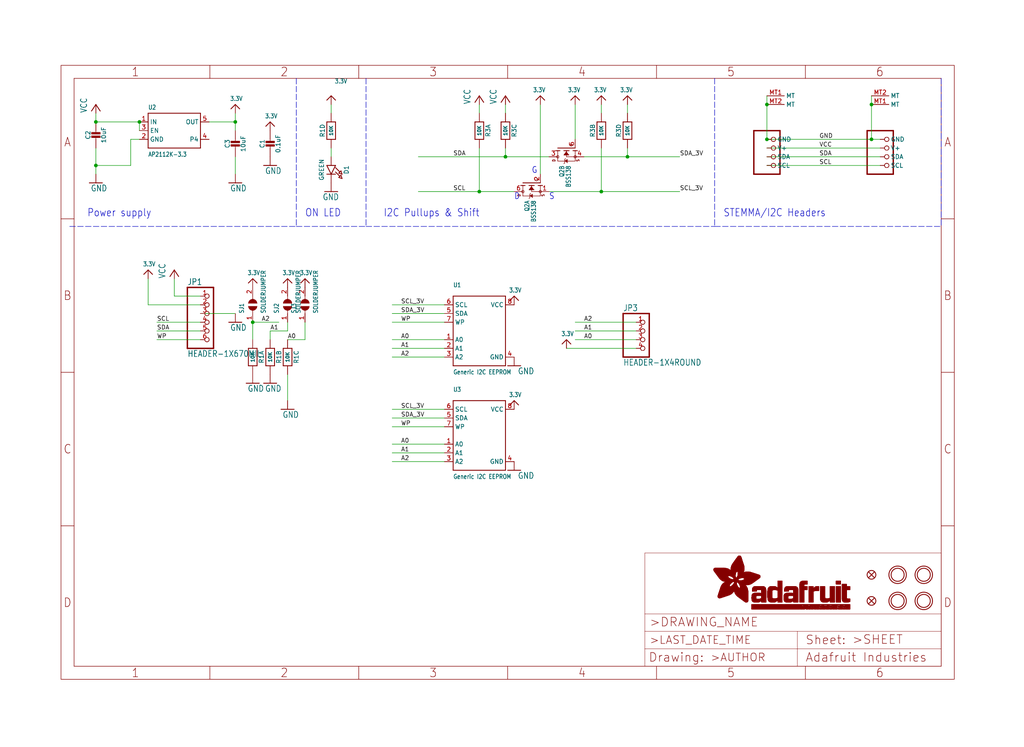
<source format=kicad_sch>
(kicad_sch (version 20211123) (generator eeschema)
  (paper "User" 298.45 217.881)
  (lib_symbols
    (symbol "schematicEagle-eagle-import:3.3V" (power)
      (property "Value" "3.3V" (at -1.524 1.016 0))
      (symbol "3.3V_1_0"
        (pin power_in line (at 0 -2.54 90) (length 2.54) (name "3.3V") (number "1"))
      )
    )
    (symbol "schematicEagle-eagle-import:CAP_CERAMIC0603_NO"
      (property "Reference" "C" (at -2.29 1.25 90))
      (property "Value" "CAP_CERAMIC0603_NO" (at 2.3 1.25 90))
      (symbol "CAP_CERAMIC0603_NO_1_0"
        (pin passive line (at 0 5.08 270) (length 2.54) (name "1") (number "1"))
        (pin passive line (at 0 -2.54 90) (length 2.54) (name "2") (number "2"))
      )
    )
    (symbol "schematicEagle-eagle-import:CAP_CERAMIC0805-NOOUTLINE"
      (property "Reference" "C" (at -2.29 1.25 90))
      (property "Value" "CAP_CERAMIC0805-NOOUTLINE" (at 2.3 1.25 90))
      (symbol "CAP_CERAMIC0805-NOOUTLINE_1_0"
        (pin passive line (at 0 5.08 270) (length 2.54) (name "1") (number "1"))
        (pin passive line (at 0 -2.54 90) (length 2.54) (name "2") (number "2"))
      )
    )
    (symbol "schematicEagle-eagle-import:EEPROM_I2C_8PIN_GENERIC"
      (property "Reference" "U" (at -7.62 12.7 0))
      (property "Value" "EEPROM_I2C_8PIN_GENERIC" (at -7.62 -12.7 0))
      (symbol "EEPROM_I2C_8PIN_GENERIC_1_0"
        (pin input line (at -10.16 -2.54 0) (length 2.54) (name "A0") (number "1"))
        (pin input line (at -10.16 -5.08 0) (length 2.54) (name "A1") (number "2"))
        (pin input line (at -10.16 -7.62 0) (length 2.54) (name "A2") (number "3"))
        (pin power_in line (at 10.16 -7.62 180) (length 2.54) (name "GND") (number "4"))
        (pin bidirectional line (at -10.16 5.08 0) (length 2.54) (name "SDA") (number "5"))
        (pin input line (at -10.16 7.62 0) (length 2.54) (name "SCL") (number "6"))
        (pin input line (at -10.16 2.54 0) (length 2.54) (name "WP") (number "7"))
        (pin power_in line (at 10.16 7.62 180) (length 2.54) (name "VCC") (number "8"))
      )
    )
    (symbol "schematicEagle-eagle-import:EEPROM_I2C_8PIN_GENERIC_SON8"
      (property "Reference" "U" (at -7.62 12.7 0))
      (property "Value" "EEPROM_I2C_8PIN_GENERIC_SON8" (at -7.62 -12.7 0))
      (symbol "EEPROM_I2C_8PIN_GENERIC_SON8_1_0"
        (pin input line (at -10.16 -2.54 0) (length 2.54) (name "A0") (number "1"))
        (pin input line (at -10.16 -5.08 0) (length 2.54) (name "A1") (number "2"))
        (pin input line (at -10.16 -7.62 0) (length 2.54) (name "A2") (number "3"))
        (pin power_in line (at 10.16 -7.62 180) (length 2.54) (name "GND") (number "4"))
        (pin bidirectional line (at -10.16 5.08 0) (length 2.54) (name "SDA") (number "5"))
        (pin input line (at -10.16 7.62 0) (length 2.54) (name "SCL") (number "6"))
        (pin input line (at -10.16 2.54 0) (length 2.54) (name "WP") (number "7"))
        (pin power_in line (at 10.16 7.62 180) (length 2.54) (name "VCC") (number "8"))
      )
    )
    (symbol "schematicEagle-eagle-import:FIDUCIAL_1MM")
    (symbol "schematicEagle-eagle-import:FRAME_A4_ADAFRUIT"
      (symbol "FRAME_A4_ADAFRUIT_0_0"
        (text "1" (at 21.6958 1.905 0) (effects (font (size 2.54 2.286))))
        (text "1" (at 21.6958 177.165 0) (effects (font (size 2.54 2.286))))
        (text "2" (at 65.0875 1.905 0) (effects (font (size 2.54 2.286))))
        (text "2" (at 65.0875 177.165 0) (effects (font (size 2.54 2.286))))
        (text "3" (at 108.4792 1.905 0) (effects (font (size 2.54 2.286))))
        (text "3" (at 108.4792 177.165 0) (effects (font (size 2.54 2.286))))
        (text "4" (at 151.8708 1.905 0) (effects (font (size 2.54 2.286))))
        (text "4" (at 151.8708 177.165 0) (effects (font (size 2.54 2.286))))
        (text "5" (at 195.2625 1.905 0) (effects (font (size 2.54 2.286))))
        (text "5" (at 195.2625 177.165 0) (effects (font (size 2.54 2.286))))
        (text "6" (at 238.6542 1.905 0) (effects (font (size 2.54 2.286))))
        (text "6" (at 238.6542 177.165 0) (effects (font (size 2.54 2.286))))
        (text "A" (at 1.905 156.6863 0) (effects (font (size 2.54 2.286))))
        (text "A" (at 258.445 156.6863 0) (effects (font (size 2.54 2.286))))
        (text "B" (at 1.905 111.9188 0) (effects (font (size 2.54 2.286))))
        (text "B" (at 258.445 111.9188 0) (effects (font (size 2.54 2.286))))
        (text "C" (at 1.905 67.1513 0) (effects (font (size 2.54 2.286))))
        (text "C" (at 258.445 67.1513 0) (effects (font (size 2.54 2.286))))
        (text "D" (at 1.905 22.3838 0) (effects (font (size 2.54 2.286))))
        (text "D" (at 258.445 22.3838 0) (effects (font (size 2.54 2.286))))
      )
      (symbol "FRAME_A4_ADAFRUIT_1_0"
        (text ">AUTHOR" (at 189.23 5.08 0) (effects (font (size 2.286 2.286)) (justify left bottom)))
        (text ">DRAWING_NAME" (at 171.45 15.24 0) (effects (font (size 2.54 2.54)) (justify left bottom)))
        (text ">LAST_DATE_TIME" (at 171.45 10.16 0) (effects (font (size 2.286 2.286)) (justify left bottom)))
        (text ">SHEET" (at 230.505 10.16 0) (effects (font (size 2.54 2.54)) (justify left bottom)))
        (text "Adafruit Industries" (at 216.916 4.953 0) (effects (font (size 2.54 2.54)) (justify left bottom)))
        (text "Drawing:" (at 171.196 4.953 0) (effects (font (size 2.54 2.54)) (justify left bottom)))
        (text "Sheet:" (at 216.916 10.033 0) (effects (font (size 2.54 2.54)) (justify left bottom)))
      )
    )
    (symbol "schematicEagle-eagle-import:GND" (power)
      (property "Value" "GND" (at -2.54 -2.54 0))
      (symbol "GND_1_0"
        (pin power_in line (at 0 2.54 270) (length 2.54) (name "GND") (number "1"))
      )
    )
    (symbol "schematicEagle-eagle-import:HEADER-1X4ROUND"
      (property "Reference" "JP" (at -6.35 8.255 0))
      (property "Value" "HEADER-1X4ROUND" (at -6.35 -7.62 0))
      (symbol "HEADER-1X4ROUND_1_0"
        (pin passive inverted (at -2.54 5.08 0) (length 2.54) (name "1") (number "1"))
        (pin passive inverted (at -2.54 2.54 0) (length 2.54) (name "2") (number "2"))
        (pin passive inverted (at -2.54 0 0) (length 2.54) (name "3") (number "3"))
        (pin passive inverted (at -2.54 -2.54 0) (length 2.54) (name "4") (number "4"))
      )
    )
    (symbol "schematicEagle-eagle-import:HEADER-1X670MIL"
      (property "Reference" "JP" (at -6.35 10.795 0))
      (property "Value" "HEADER-1X670MIL" (at -6.35 -10.16 0))
      (symbol "HEADER-1X670MIL_1_0"
        (pin passive inverted (at -2.54 7.62 0) (length 2.54) (name "1") (number "1"))
        (pin passive inverted (at -2.54 5.08 0) (length 2.54) (name "2") (number "2"))
        (pin passive inverted (at -2.54 2.54 0) (length 2.54) (name "3") (number "3"))
        (pin passive inverted (at -2.54 0 0) (length 2.54) (name "4") (number "4"))
        (pin passive inverted (at -2.54 -2.54 0) (length 2.54) (name "5") (number "5"))
        (pin passive inverted (at -2.54 -5.08 0) (length 2.54) (name "6") (number "6"))
      )
    )
    (symbol "schematicEagle-eagle-import:LED0603_NOOUTLINE"
      (property "Reference" "D" (at -1.27 4.445 0))
      (property "Value" "LED0603_NOOUTLINE" (at -1.27 -2.794 0))
      (symbol "LED0603_NOOUTLINE_1_0"
        (pin passive line (at -5.08 0 0) (length 2.54) (name "A") (number "A"))
        (pin passive line (at 2.54 0 180) (length 2.54) (name "C") (number "C"))
      )
    )
    (symbol "schematicEagle-eagle-import:MOSFET-N_DUAL"
      (property "Reference" "Q" (at 5.08 0.635 0))
      (property "Value" "MOSFET-N_DUAL" (at 5.08 -1.27 0))
      (symbol "MOSFET-N_DUAL_1_0"
        (text "D" (at 3.175 3.175 0) (effects (font (size 0.8128 0.6908)) (justify left bottom)))
        (text "G" (at -1.27 -1.905 0) (effects (font (size 0.8128 0.6908)) (justify left bottom)))
        (text "S" (at 3.175 -3.81 0) (effects (font (size 0.8128 0.6908)) (justify left bottom)))
        (pin bidirectional line (at 2.54 -5.08 90) (length 2.54) (name "S") (number "1"))
        (pin bidirectional line (at -2.54 -2.54 0) (length 2.54) (name "G") (number "2"))
        (pin bidirectional line (at 2.54 5.08 270) (length 2.54) (name "D") (number "6"))
      )
      (symbol "MOSFET-N_DUAL_2_0"
        (text "D" (at 3.175 3.175 0) (effects (font (size 0.8128 0.6908)) (justify left bottom)))
        (text "G" (at -1.27 -1.905 0) (effects (font (size 0.8128 0.6908)) (justify left bottom)))
        (text "S" (at 3.175 -3.81 0) (effects (font (size 0.8128 0.6908)) (justify left bottom)))
        (pin bidirectional line (at 2.54 5.08 270) (length 2.54) (name "D") (number "3"))
        (pin bidirectional line (at 2.54 -5.08 90) (length 2.54) (name "S") (number "4"))
        (pin bidirectional line (at -2.54 -2.54 0) (length 2.54) (name "G") (number "5"))
      )
    )
    (symbol "schematicEagle-eagle-import:MOUNTINGHOLE2.5")
    (symbol "schematicEagle-eagle-import:RESISTOR_4PACK"
      (property "Reference" "R" (at 0 2.54 0))
      (property "Value" "RESISTOR_4PACK" (at 0 0 0))
      (symbol "RESISTOR_4PACK_1_0"
        (pin passive line (at -5.08 0 0) (length 2.54) (name "1") (number "1"))
        (pin passive line (at 5.08 0 180) (length 2.54) (name "2") (number "8"))
      )
      (symbol "RESISTOR_4PACK_2_0"
        (pin passive line (at -5.08 0 0) (length 2.54) (name "1") (number "2"))
        (pin passive line (at 5.08 0 180) (length 2.54) (name "2") (number "7"))
      )
      (symbol "RESISTOR_4PACK_3_0"
        (pin passive line (at -5.08 0 0) (length 2.54) (name "1") (number "3"))
        (pin passive line (at 5.08 0 180) (length 2.54) (name "2") (number "6"))
      )
      (symbol "RESISTOR_4PACK_4_0"
        (pin passive line (at -5.08 0 0) (length 2.54) (name "1") (number "4"))
        (pin passive line (at 5.08 0 180) (length 2.54) (name "2") (number "5"))
      )
    )
    (symbol "schematicEagle-eagle-import:SOLDERJUMPER"
      (property "Reference" "SJ" (at -2.54 2.54 0))
      (property "Value" "SOLDERJUMPER" (at -2.54 -3.81 0))
      (symbol "SOLDERJUMPER_1_0"
        (pin passive line (at -5.08 0 0) (length 2.54) (name "1") (number "1"))
        (pin passive line (at 5.08 0 180) (length 2.54) (name "2") (number "2"))
      )
    )
    (symbol "schematicEagle-eagle-import:STEMMA_I2C_QT"
      (symbol "STEMMA_I2C_QT_1_0"
        (pin passive inverted (at 0 5.08 0) (length 2.54) (name "GND") (number "1"))
        (pin passive inverted (at 0 2.54 0) (length 2.54) (name "V+") (number "2"))
        (pin passive inverted (at 0 0 0) (length 2.54) (name "SDA") (number "3"))
        (pin passive inverted (at 0 -2.54 0) (length 2.54) (name "SCL") (number "4"))
      )
      (symbol "STEMMA_I2C_QT_2_0"
        (pin bidirectional line (at 0 0 0) (length 5.08) (name "MT") (number "MT1"))
      )
      (symbol "STEMMA_I2C_QT_3_0"
        (pin bidirectional line (at 0 0 0) (length 5.08) (name "MT") (number "MT2"))
      )
    )
    (symbol "schematicEagle-eagle-import:VCC" (power)
      (property "Value" "VCC" (at -2.54 -2.54 90))
      (symbol "VCC_1_0"
        (pin power_in line (at 0 -2.54 90) (length 2.54) (name "VCC") (number "1"))
      )
    )
    (symbol "schematicEagle-eagle-import:VREG_SOT23-5"
      (property "Reference" "U" (at -7.62 6.096 0))
      (property "Value" "VREG_SOT23-5" (at -7.62 -7.62 0))
      (symbol "VREG_SOT23-5_1_0"
        (pin power_in line (at -10.16 2.54 0) (length 2.54) (name "IN") (number "1"))
        (pin power_in line (at -10.16 -2.54 0) (length 2.54) (name "GND") (number "2"))
        (pin input line (at -10.16 0 0) (length 2.54) (name "EN") (number "3"))
        (pin bidirectional line (at 10.16 -2.54 180) (length 2.54) (name "P4") (number "4"))
        (pin power_in line (at 10.16 2.54 180) (length 2.54) (name "OUT") (number "5"))
      )
    )
  )
  (junction (at 73.66 93.98))
  (junction (at 27.94 35.56))
  (junction (at 223.52 30.48))
  (junction (at 175.26 55.88))
  (junction (at 139.7 55.88))
  (junction (at 254 40.64))
  (junction (at 182.88 45.72))
  (junction (at 40.64 35.56))
  (junction (at 223.52 40.64))
  (junction (at 147.32 45.72))
  (junction (at 68.58 35.56))
  (junction (at 27.94 48.26))
  (junction (at 254 30.48))
  (wire (pts (xy 149.86 55.88) (xy 139.7 55.88)))
  (wire (pts (xy 27.94 48.26) (xy 27.94 43.18)))
  (wire (pts (xy 58.42 93.98) (xy 45.72 93.98)))
  (wire (pts (xy 129.54 93.98) (xy 114.3 93.98)))
  (wire (pts (xy 160.02 45.72) (xy 147.32 45.72)))
  (polyline (pts (xy 86.36 66.04) (xy 106.68 66.04)))
  (polyline (pts (xy 274.32 22.86) (xy 274.32 66.04)))
  (polyline (pts (xy 86.36 22.86) (xy 86.36 66.04)))
  (wire (pts (xy 88.9 99.06) (xy 83.82 99.06)))
  (wire (pts (xy 147.32 43.18) (xy 147.32 45.72)))
  (wire (pts (xy 139.7 43.18) (xy 139.7 55.88)))
  (wire (pts (xy 58.42 96.52) (xy 45.72 96.52)))
  (wire (pts (xy 185.42 101.6) (xy 165.1 101.6)))
  (wire (pts (xy 96.52 45.72) (xy 96.52 43.18)))
  (wire (pts (xy 254 40.64) (xy 223.52 40.64)))
  (wire (pts (xy 83.82 116.84) (xy 83.82 109.22)))
  (wire (pts (xy 175.26 55.88) (xy 198.12 55.88)))
  (wire (pts (xy 170.18 45.72) (xy 182.88 45.72)))
  (wire (pts (xy 27.94 48.26) (xy 27.94 50.8)))
  (wire (pts (xy 68.58 35.56) (xy 68.58 38.1)))
  (wire (pts (xy 129.54 134.62) (xy 114.3 134.62)))
  (wire (pts (xy 185.42 99.06) (xy 167.64 99.06)))
  (wire (pts (xy 58.42 91.44) (xy 68.58 91.44)))
  (wire (pts (xy 38.1 48.26) (xy 27.94 48.26)))
  (wire (pts (xy 68.58 45.72) (xy 68.58 50.8)))
  (wire (pts (xy 40.64 38.1) (xy 40.64 35.56)))
  (wire (pts (xy 223.52 30.48) (xy 223.52 40.64)))
  (wire (pts (xy 73.66 93.98) (xy 73.66 99.06)))
  (wire (pts (xy 78.74 96.52) (xy 83.82 96.52)))
  (wire (pts (xy 114.3 101.6) (xy 129.54 101.6)))
  (wire (pts (xy 114.3 132.08) (xy 129.54 132.08)))
  (wire (pts (xy 167.64 96.52) (xy 185.42 96.52)))
  (wire (pts (xy 83.82 93.98) (xy 83.82 96.52)))
  (wire (pts (xy 256.54 40.64) (xy 254 40.64)))
  (wire (pts (xy 114.3 121.92) (xy 129.54 121.92)))
  (wire (pts (xy 167.64 40.64) (xy 167.64 30.48)))
  (polyline (pts (xy 208.28 22.86) (xy 208.28 66.04)))
  (wire (pts (xy 185.42 93.98) (xy 167.64 93.98)))
  (wire (pts (xy 157.48 50.8) (xy 157.48 30.48)))
  (wire (pts (xy 160.02 55.88) (xy 175.26 55.88)))
  (wire (pts (xy 175.26 33.02) (xy 175.26 30.48)))
  (wire (pts (xy 223.52 43.18) (xy 256.54 43.18)))
  (wire (pts (xy 114.3 119.38) (xy 129.54 119.38)))
  (wire (pts (xy 182.88 43.18) (xy 182.88 45.72)))
  (wire (pts (xy 254 30.48) (xy 254 27.94)))
  (wire (pts (xy 182.88 33.02) (xy 182.88 30.48)))
  (wire (pts (xy 38.1 40.64) (xy 38.1 48.26)))
  (polyline (pts (xy 106.68 66.04) (xy 208.28 66.04)))
  (wire (pts (xy 58.42 99.06) (xy 45.72 99.06)))
  (wire (pts (xy 43.18 88.9) (xy 43.18 81.28)))
  (wire (pts (xy 129.54 129.54) (xy 114.3 129.54)))
  (wire (pts (xy 139.7 55.88) (xy 121.92 55.88)))
  (polyline (pts (xy 208.28 66.04) (xy 274.32 66.04)))
  (wire (pts (xy 139.7 30.48) (xy 139.7 33.02)))
  (wire (pts (xy 147.32 33.02) (xy 147.32 30.48)))
  (wire (pts (xy 81.28 93.98) (xy 73.66 93.98)))
  (wire (pts (xy 40.64 35.56) (xy 27.94 35.56)))
  (wire (pts (xy 27.94 33.02) (xy 27.94 35.56)))
  (wire (pts (xy 256.54 45.72) (xy 223.52 45.72)))
  (wire (pts (xy 175.26 43.18) (xy 175.26 55.88)))
  (wire (pts (xy 182.88 45.72) (xy 198.12 45.72)))
  (wire (pts (xy 129.54 99.06) (xy 114.3 99.06)))
  (wire (pts (xy 114.3 88.9) (xy 129.54 88.9)))
  (wire (pts (xy 114.3 91.44) (xy 129.54 91.44)))
  (wire (pts (xy 78.74 96.52) (xy 78.74 99.06)))
  (wire (pts (xy 96.52 30.48) (xy 96.52 33.02)))
  (wire (pts (xy 88.9 99.06) (xy 88.9 93.98)))
  (wire (pts (xy 254 40.64) (xy 254 30.48)))
  (wire (pts (xy 223.52 48.26) (xy 256.54 48.26)))
  (polyline (pts (xy 20.32 66.04) (xy 86.36 66.04)))
  (wire (pts (xy 50.8 86.36) (xy 50.8 81.28)))
  (wire (pts (xy 129.54 124.46) (xy 114.3 124.46)))
  (wire (pts (xy 147.32 45.72) (xy 121.92 45.72)))
  (wire (pts (xy 223.52 27.94) (xy 223.52 30.48)))
  (wire (pts (xy 58.42 86.36) (xy 50.8 86.36)))
  (wire (pts (xy 68.58 35.56) (xy 68.58 33.02)))
  (wire (pts (xy 40.64 40.64) (xy 38.1 40.64)))
  (polyline (pts (xy 106.68 22.86) (xy 106.68 66.04)))
  (wire (pts (xy 58.42 88.9) (xy 43.18 88.9)))
  (wire (pts (xy 60.96 35.56) (xy 68.58 35.56)))
  (wire (pts (xy 129.54 104.14) (xy 114.3 104.14)))
  (text "G" (at 154.94 50.8 180) (effects (font (size 1.778 1.5113)) (justify left bottom)))
  (text "D" (at 149.86 58.42 180) (effects (font (size 1.778 1.5113)) (justify left bottom)))
  (text "ON LED" (at 88.9 63.5 180) (effects (font (size 2.1844 1.8567)) (justify left bottom)))
  (text "STEMMA/I2C Headers" (at 210.82 63.5 180) (effects (font (size 2.1844 1.8567)) (justify left bottom)))
  (text "I2C Pullups & Shift" (at 111.76 63.5 180) (effects (font (size 2.1844 1.8567)) (justify left bottom)))
  (text "Power supply" (at 25.4 63.5 180) (effects (font (size 2.1844 1.8567)) (justify left bottom)))
  (text "S" (at 160.02 58.42 180) (effects (font (size 1.778 1.5113)) (justify left bottom)))
  (label "SCL_3V" (at 198.12 55.88 0) (effects (font (size 1.2446 1.2446))))
  (label "SCL" (at 238.76 48.26 0) (effects (font (size 1.2446 1.2446))))
  (label "SCL" (at 132.08 55.88 0) (effects (font (size 1.2446 1.2446))))
  (label "SDA" (at 132.08 45.72 0) (effects (font (size 1.2446 1.2446))))
  (label "A0" (at 116.84 99.06 0) (effects (font (size 1.2446 1.2446))))
  (label "SCL" (at 45.72 93.98 0) (effects (font (size 1.2446 1.2446))))
  (label "A2" (at 76.2 93.98 0) (effects (font (size 1.2446 1.2446))))
  (label "SCL_3V" (at 116.84 88.9 0) (effects (font (size 1.2446 1.2446))))
  (label "A1" (at 78.74 96.52 0) (effects (font (size 1.2446 1.2446))))
  (label "WP" (at 45.72 99.06 0) (effects (font (size 1.2446 1.2446))))
  (label "SCL_3V" (at 116.84 119.38 0) (effects (font (size 1.2446 1.2446))))
  (label "A1" (at 116.84 101.6 0) (effects (font (size 1.2446 1.2446))))
  (label "A0" (at 83.82 99.06 0) (effects (font (size 1.2446 1.2446))))
  (label "SDA_3V" (at 116.84 91.44 0) (effects (font (size 1.2446 1.2446))))
  (label "SDA" (at 238.76 45.72 0) (effects (font (size 1.2446 1.2446))))
  (label "A1" (at 170.18 96.52 0) (effects (font (size 1.2446 1.2446))))
  (label "A2" (at 116.84 134.62 0) (effects (font (size 1.2446 1.2446))))
  (label "WP" (at 116.84 124.46 0) (effects (font (size 1.2446 1.2446))))
  (label "SDA" (at 45.72 96.52 0) (effects (font (size 1.2446 1.2446))))
  (label "A2" (at 170.18 93.98 0) (effects (font (size 1.2446 1.2446))))
  (label "SDA_3V" (at 116.84 121.92 0) (effects (font (size 1.2446 1.2446))))
  (label "A0" (at 170.18 99.06 0) (effects (font (size 1.2446 1.2446))))
  (label "SDA_3V" (at 198.12 45.72 0) (effects (font (size 1.2446 1.2446))))
  (label "WP" (at 116.84 93.98 0) (effects (font (size 1.2446 1.2446))))
  (label "VCC" (at 238.76 43.18 0) (effects (font (size 1.2446 1.2446))))
  (label "A2" (at 116.84 104.14 0) (effects (font (size 1.2446 1.2446))))
  (label "GND" (at 238.76 40.64 0) (effects (font (size 1.2446 1.2446))))
  (label "A1" (at 116.84 132.08 0) (effects (font (size 1.2446 1.2446))))
  (label "A0" (at 116.84 129.54 0) (effects (font (size 1.2446 1.2446))))
  (symbol (lib_id "schematicEagle-eagle-import:GND") (at 83.82 119.38 0) (unit 1)
    (property "Reference" "#U$11" (effects hide))
    (property "Value" "GND" (at 82.296 121.92 0) (effects (font (size 1.778 1.5113)) (justify left bottom)))
    (property "Footprint" "schematicEagle:" (effects hide))
  )
  (symbol (lib_id "schematicEagle-eagle-import:RESISTOR_4PACK") (at 182.88 38.1 90) (mirror x) (unit 4)
    (property "Reference" "R3" (at 180.34 38.1 0))
    (property "Value" "10K" (at 182.88 38.1 0) (effects (font (size 1.016 1.016) bold)))
    (property "Footprint" "schematicEagle:RESPACK_4X0603" (effects hide))
  )
  (symbol (lib_id "schematicEagle-eagle-import:3.3V") (at 157.48 27.94 0) (mirror y) (unit 1)
    (property "Reference" "#U$26" (effects hide))
    (property "Value" "3.3V" (at 159.004 26.924 0) (effects (font (size 1.27 1.0795)) (justify left bottom)))
    (property "Footprint" "schematicEagle:" (effects hide))
  )
  (symbol (lib_id "schematicEagle-eagle-import:RESISTOR_4PACK") (at 96.52 38.1 90) (unit 4)
    (property "Reference" "R1" (at 93.98 38.1 0))
    (property "Value" "10K" (at 96.52 38.1 0) (effects (font (size 1.016 1.016) bold)))
    (property "Footprint" "schematicEagle:RESPACK_4X0603" (effects hide))
  )
  (symbol (lib_id "schematicEagle-eagle-import:MOUNTINGHOLE2.5") (at 269.24 175.26 0) (unit 1)
    (property "Reference" "U$21" (effects hide))
    (property "Value" "MOUNTINGHOLE2.5" (effects hide))
    (property "Footprint" "schematicEagle:MOUNTINGHOLE_2.5_PLATED" (effects hide))
  )
  (symbol (lib_id "schematicEagle-eagle-import:RESISTOR_4PACK") (at 78.74 104.14 270) (unit 2)
    (property "Reference" "R1" (at 81.28 104.14 0))
    (property "Value" "10K" (at 78.74 104.14 0) (effects (font (size 1.016 1.016) bold)))
    (property "Footprint" "schematicEagle:RESPACK_4X0603" (effects hide))
  )
  (symbol (lib_id "schematicEagle-eagle-import:GND") (at 149.86 106.68 0) (unit 1)
    (property "Reference" "#U$4" (effects hide))
    (property "Value" "GND" (at 150.876 109.22 0) (effects (font (size 1.778 1.5113)) (justify left bottom)))
    (property "Footprint" "schematicEagle:" (effects hide))
  )
  (symbol (lib_id "schematicEagle-eagle-import:VCC") (at 27.94 30.48 0) (unit 1)
    (property "Reference" "#P+3" (effects hide))
    (property "Value" "VCC" (at 25.4 33.02 90) (effects (font (size 1.778 1.5113)) (justify left bottom)))
    (property "Footprint" "schematicEagle:" (effects hide))
  )
  (symbol (lib_id "schematicEagle-eagle-import:FIDUCIAL_1MM") (at 254 167.64 0) (unit 1)
    (property "Reference" "FID4" (effects hide))
    (property "Value" "FIDUCIAL_1MM" (effects hide))
    (property "Footprint" "schematicEagle:FIDUCIAL_1MM" (effects hide))
  )
  (symbol (lib_id "schematicEagle-eagle-import:GND") (at 68.58 53.34 0) (unit 1)
    (property "Reference" "#U$5" (effects hide))
    (property "Value" "GND" (at 67.056 55.88 0) (effects (font (size 1.778 1.5113)) (justify left bottom)))
    (property "Footprint" "schematicEagle:" (effects hide))
  )
  (symbol (lib_id "schematicEagle-eagle-import:GND") (at 73.66 111.76 0) (unit 1)
    (property "Reference" "#U$8" (effects hide))
    (property "Value" "GND" (at 72.136 114.3 0) (effects (font (size 1.778 1.5113)) (justify left bottom)))
    (property "Footprint" "schematicEagle:" (effects hide))
  )
  (symbol (lib_id "schematicEagle-eagle-import:RESISTOR_4PACK") (at 147.32 38.1 270) (unit 3)
    (property "Reference" "R3" (at 149.86 38.1 0))
    (property "Value" "10K" (at 147.32 38.1 0) (effects (font (size 1.016 1.016) bold)))
    (property "Footprint" "schematicEagle:RESPACK_4X0603" (effects hide))
  )
  (symbol (lib_id "schematicEagle-eagle-import:SOLDERJUMPER") (at 83.82 88.9 90) (unit 1)
    (property "Reference" "SJ2" (at 81.28 91.44 0) (effects (font (size 1.27 1.0795)) (justify left bottom)))
    (property "Value" "SOLDERJUMPER" (at 87.63 91.44 0) (effects (font (size 1.27 1.0795)) (justify left bottom)))
    (property "Footprint" "schematicEagle:SOLDERJUMPER_ARROW_NOPASTE" (effects hide))
  )
  (symbol (lib_id "schematicEagle-eagle-import:3.3V") (at 149.86 116.84 0) (unit 1)
    (property "Reference" "#U$20" (effects hide))
    (property "Value" "3.3V" (at 148.336 115.824 0) (effects (font (size 1.27 1.0795)) (justify left bottom)))
    (property "Footprint" "schematicEagle:" (effects hide))
  )
  (symbol (lib_id "schematicEagle-eagle-import:RESISTOR_4PACK") (at 175.26 38.1 90) (mirror x) (unit 2)
    (property "Reference" "R3" (at 172.72 38.1 0))
    (property "Value" "10K" (at 175.26 38.1 0) (effects (font (size 1.016 1.016) bold)))
    (property "Footprint" "schematicEagle:RESPACK_4X0603" (effects hide))
  )
  (symbol (lib_id "schematicEagle-eagle-import:3.3V") (at 149.86 86.36 0) (unit 1)
    (property "Reference" "#U$2" (effects hide))
    (property "Value" "3.3V" (at 148.336 85.344 0) (effects (font (size 1.27 1.0795)) (justify left bottom)))
    (property "Footprint" "schematicEagle:" (effects hide))
  )
  (symbol (lib_id "schematicEagle-eagle-import:3.3V") (at 88.9 81.28 0) (unit 1)
    (property "Reference" "#U$29" (effects hide))
    (property "Value" "3.3V" (at 87.376 80.264 0) (effects (font (size 1.27 1.0795)) (justify left bottom)))
    (property "Footprint" "schematicEagle:" (effects hide))
  )
  (symbol (lib_id "schematicEagle-eagle-import:MOUNTINGHOLE2.5") (at 269.24 167.64 0) (unit 1)
    (property "Reference" "U$19" (effects hide))
    (property "Value" "MOUNTINGHOLE2.5" (effects hide))
    (property "Footprint" "schematicEagle:MOUNTINGHOLE_2.5_PLATED" (effects hide))
  )
  (symbol (lib_id "schematicEagle-eagle-import:VREG_SOT23-5") (at 50.8 38.1 0) (unit 1)
    (property "Reference" "U2" (at 43.18 32.004 0) (effects (font (size 1.27 1.0795)) (justify left bottom)))
    (property "Value" "AP2112K-3.3" (at 43.18 45.72 0) (effects (font (size 1.27 1.0795)) (justify left bottom)))
    (property "Footprint" "schematicEagle:SOT23-5" (effects hide))
  )
  (symbol (lib_id "schematicEagle-eagle-import:STEMMA_I2C_QT") (at 254 30.48 0) (unit 2)
    (property "Reference" "CONN4" (effects hide))
    (property "Value" "STEMMA_I2C_QT" (effects hide))
    (property "Footprint" "schematicEagle:JST_SH4" (effects hide))
  )
  (symbol (lib_id "schematicEagle-eagle-import:CAP_CERAMIC0805-NOOUTLINE") (at 27.94 40.64 0) (unit 1)
    (property "Reference" "C2" (at 25.65 39.39 90))
    (property "Value" "10uF" (at 30.24 39.39 90))
    (property "Footprint" "schematicEagle:0805-NO" (effects hide))
  )
  (symbol (lib_id "schematicEagle-eagle-import:EEPROM_I2C_8PIN_GENERIC") (at 139.7 96.52 0) (unit 1)
    (property "Reference" "U1" (at 132.08 83.82 0) (effects (font (size 1.27 1.0795)) (justify left bottom)))
    (property "Value" "Generic I2C EEPROM" (at 132.08 109.22 0) (effects (font (size 1.27 1.0795)) (justify left bottom)))
    (property "Footprint" "schematicEagle:SOIC8_150MIL" (effects hide))
  )
  (symbol (lib_id "schematicEagle-eagle-import:MOUNTINGHOLE2.5") (at 261.62 175.26 0) (unit 1)
    (property "Reference" "U$1" (effects hide))
    (property "Value" "MOUNTINGHOLE2.5" (effects hide))
    (property "Footprint" "schematicEagle:MOUNTINGHOLE_2.5_PLATED" (effects hide))
  )
  (symbol (lib_id "schematicEagle-eagle-import:SOLDERJUMPER") (at 88.9 88.9 90) (unit 1)
    (property "Reference" "SJ3" (at 86.36 91.44 0) (effects (font (size 1.27 1.0795)) (justify left bottom)))
    (property "Value" "SOLDERJUMPER" (at 92.71 91.44 0) (effects (font (size 1.27 1.0795)) (justify left bottom)))
    (property "Footprint" "schematicEagle:SOLDERJUMPER_ARROW_NOPASTE" (effects hide))
  )
  (symbol (lib_id "schematicEagle-eagle-import:MOUNTINGHOLE2.5") (at 261.62 167.64 0) (unit 1)
    (property "Reference" "U$17" (effects hide))
    (property "Value" "MOUNTINGHOLE2.5" (effects hide))
    (property "Footprint" "schematicEagle:MOUNTINGHOLE_2.5_PLATED" (effects hide))
  )
  (symbol (lib_id "schematicEagle-eagle-import:GND") (at 78.74 111.76 0) (unit 1)
    (property "Reference" "#U$9" (effects hide))
    (property "Value" "GND" (at 77.216 114.3 0) (effects (font (size 1.778 1.5113)) (justify left bottom)))
    (property "Footprint" "schematicEagle:" (effects hide))
  )
  (symbol (lib_id "schematicEagle-eagle-import:3.3V") (at 78.74 35.56 0) (unit 1)
    (property "Reference" "#U$6" (effects hide))
    (property "Value" "3.3V" (at 77.216 34.544 0) (effects (font (size 1.27 1.0795)) (justify left bottom)))
    (property "Footprint" "schematicEagle:" (effects hide))
  )
  (symbol (lib_id "schematicEagle-eagle-import:GND") (at 78.74 48.26 0) (unit 1)
    (property "Reference" "#U$14" (effects hide))
    (property "Value" "GND" (at 77.216 50.8 0) (effects (font (size 1.778 1.5113)) (justify left bottom)))
    (property "Footprint" "schematicEagle:" (effects hide))
  )
  (symbol (lib_id "schematicEagle-eagle-import:3.3V") (at 165.1 99.06 0) (unit 1)
    (property "Reference" "#U$12" (effects hide))
    (property "Value" "3.3V" (at 163.576 98.044 0) (effects (font (size 1.27 1.0795)) (justify left bottom)))
    (property "Footprint" "schematicEagle:" (effects hide))
  )
  (symbol (lib_id "schematicEagle-eagle-import:STEMMA_I2C_QT") (at 223.52 27.94 0) (unit 2)
    (property "Reference" "CONN3" (effects hide))
    (property "Value" "STEMMA_I2C_QT" (effects hide))
    (property "Footprint" "schematicEagle:JST_SH4" (effects hide))
  )
  (symbol (lib_id "schematicEagle-eagle-import:3.3V") (at 96.52 27.94 0) (unit 1)
    (property "Reference" "#U$3" (effects hide))
    (property "Value" "3.3V" (at 97.536 24.384 0) (effects (font (size 1.27 1.0795)) (justify left bottom)))
    (property "Footprint" "schematicEagle:" (effects hide))
  )
  (symbol (lib_id "schematicEagle-eagle-import:FRAME_A4_ADAFRUIT") (at 17.78 198.12 0) (unit 1)
    (property "Reference" "#U$18" (effects hide))
    (property "Value" "FRAME_A4_ADAFRUIT" (effects hide))
    (property "Footprint" "schematicEagle:" (effects hide))
  )
  (symbol (lib_id "schematicEagle-eagle-import:SOLDERJUMPER") (at 73.66 88.9 90) (unit 1)
    (property "Reference" "SJ1" (at 71.12 91.44 0) (effects (font (size 1.27 1.0795)) (justify left bottom)))
    (property "Value" "SOLDERJUMPER" (at 77.47 91.44 0) (effects (font (size 1.27 1.0795)) (justify left bottom)))
    (property "Footprint" "schematicEagle:SOLDERJUMPER_ARROW_NOPASTE" (effects hide))
  )
  (symbol (lib_id "schematicEagle-eagle-import:EEPROM_I2C_8PIN_GENERIC_SON8") (at 139.7 127 0) (unit 1)
    (property "Reference" "U3" (at 132.08 114.3 0) (effects (font (size 1.27 1.0795)) (justify left bottom)))
    (property "Value" "Generic I2C EEPROM" (at 132.08 139.7 0) (effects (font (size 1.27 1.0795)) (justify left bottom)))
    (property "Footprint" "schematicEagle:USON8" (effects hide))
  )
  (symbol (lib_id "schematicEagle-eagle-import:HEADER-1X4ROUND") (at 187.96 99.06 0) (unit 1)
    (property "Reference" "JP3" (at 181.61 90.805 0) (effects (font (size 1.778 1.5113)) (justify left bottom)))
    (property "Value" "HEADER-1X4ROUND" (at 181.61 106.68 0) (effects (font (size 1.778 1.5113)) (justify left bottom)))
    (property "Footprint" "schematicEagle:1X04_ROUND" (effects hide))
  )
  (symbol (lib_id "schematicEagle-eagle-import:GND") (at 149.86 137.16 0) (unit 1)
    (property "Reference" "#U$22" (effects hide))
    (property "Value" "GND" (at 150.876 139.7 0) (effects (font (size 1.778 1.5113)) (justify left bottom)))
    (property "Footprint" "schematicEagle:" (effects hide))
  )
  (symbol (lib_id "schematicEagle-eagle-import:GND") (at 68.58 93.98 0) (unit 1)
    (property "Reference" "#U$10" (effects hide))
    (property "Value" "GND" (at 67.056 96.52 0) (effects (font (size 1.778 1.5113)) (justify left bottom)))
    (property "Footprint" "schematicEagle:" (effects hide))
  )
  (symbol (lib_id "schematicEagle-eagle-import:3.3V") (at 175.26 27.94 0) (mirror y) (unit 1)
    (property "Reference" "#U$24" (effects hide))
    (property "Value" "3.3V" (at 176.784 26.924 0) (effects (font (size 1.27 1.0795)) (justify left bottom)))
    (property "Footprint" "schematicEagle:" (effects hide))
  )
  (symbol (lib_id "schematicEagle-eagle-import:STEMMA_I2C_QT") (at 254 27.94 0) (unit 3)
    (property "Reference" "CONN4" (effects hide))
    (property "Value" "STEMMA_I2C_QT" (effects hide))
    (property "Footprint" "schematicEagle:JST_SH4" (effects hide))
  )
  (symbol (lib_id "schematicEagle-eagle-import:CAP_CERAMIC0805-NOOUTLINE") (at 68.58 43.18 0) (unit 1)
    (property "Reference" "C3" (at 66.29 41.93 90))
    (property "Value" "10uF" (at 70.88 41.93 90))
    (property "Footprint" "schematicEagle:0805-NO" (effects hide))
  )
  (symbol (lib_id "schematicEagle-eagle-import:RESISTOR_4PACK") (at 139.7 38.1 270) (unit 1)
    (property "Reference" "R3" (at 142.24 38.1 0))
    (property "Value" "10K" (at 139.7 38.1 0) (effects (font (size 1.016 1.016) bold)))
    (property "Footprint" "schematicEagle:RESPACK_4X0603" (effects hide))
  )
  (symbol (lib_id "schematicEagle-eagle-import:STEMMA_I2C_QT") (at 223.52 45.72 0) (unit 1)
    (property "Reference" "CONN3" (effects hide))
    (property "Value" "STEMMA_I2C_QT" (effects hide))
    (property "Footprint" "schematicEagle:JST_SH4" (effects hide))
  )
  (symbol (lib_id "schematicEagle-eagle-import:3.3V") (at 73.66 81.28 0) (unit 1)
    (property "Reference" "#U$27" (effects hide))
    (property "Value" "3.3V" (at 72.136 80.264 0) (effects (font (size 1.27 1.0795)) (justify left bottom)))
    (property "Footprint" "schematicEagle:" (effects hide))
  )
  (symbol (lib_id "schematicEagle-eagle-import:VCC") (at 50.8 78.74 0) (unit 1)
    (property "Reference" "#P+4" (effects hide))
    (property "Value" "VCC" (at 48.26 81.28 90) (effects (font (size 1.778 1.5113)) (justify left bottom)))
    (property "Footprint" "schematicEagle:" (effects hide))
  )
  (symbol (lib_id "schematicEagle-eagle-import:GND") (at 96.52 55.88 0) (unit 1)
    (property "Reference" "#GND6" (effects hide))
    (property "Value" "GND" (at 93.98 58.42 0) (effects (font (size 1.778 1.5113)) (justify left bottom)))
    (property "Footprint" "schematicEagle:" (effects hide))
  )
  (symbol (lib_id "schematicEagle-eagle-import:LED0603_NOOUTLINE") (at 96.52 50.8 270) (unit 1)
    (property "Reference" "D1" (at 100.965 49.53 0))
    (property "Value" "GREEN" (at 93.726 49.53 0))
    (property "Footprint" "schematicEagle:CHIPLED_0603_NOOUTLINE" (effects hide))
  )
  (symbol (lib_id "schematicEagle-eagle-import:MOSFET-N_DUAL") (at 154.94 53.34 90) (mirror x) (unit 1)
    (property "Reference" "Q2" (at 154.305 58.42 0) (effects (font (size 1.27 1.0795)) (justify left bottom)))
    (property "Value" "BSS138" (at 156.21 58.42 0) (effects (font (size 1.27 1.0795)) (justify left bottom)))
    (property "Footprint" "schematicEagle:SOT363" (effects hide))
  )
  (symbol (lib_id "schematicEagle-eagle-import:HEADER-1X670MIL") (at 60.96 93.98 0) (unit 1)
    (property "Reference" "JP1" (at 54.61 83.185 0) (effects (font (size 1.778 1.5113)) (justify left bottom)))
    (property "Value" "HEADER-1X670MIL" (at 54.61 104.14 0) (effects (font (size 1.778 1.5113)) (justify left bottom)))
    (property "Footprint" "schematicEagle:1X06_ROUND_70" (effects hide))
  )
  (symbol (lib_id "schematicEagle-eagle-import:VCC") (at 139.7 27.94 0) (unit 1)
    (property "Reference" "#P+1" (effects hide))
    (property "Value" "VCC" (at 137.16 30.48 90) (effects (font (size 1.778 1.5113)) (justify left bottom)))
    (property "Footprint" "schematicEagle:" (effects hide))
  )
  (symbol (lib_id "schematicEagle-eagle-import:RESISTOR_4PACK") (at 73.66 104.14 270) (unit 1)
    (property "Reference" "R1" (at 76.2 104.14 0))
    (property "Value" "10K" (at 73.66 104.14 0) (effects (font (size 1.016 1.016) bold)))
    (property "Footprint" "schematicEagle:RESPACK_4X0603" (effects hide))
  )
  (symbol (lib_id "schematicEagle-eagle-import:3.3V") (at 68.58 30.48 0) (unit 1)
    (property "Reference" "#U$15" (effects hide))
    (property "Value" "3.3V" (at 67.056 29.464 0) (effects (font (size 1.27 1.0795)) (justify left bottom)))
    (property "Footprint" "schematicEagle:" (effects hide))
  )
  (symbol (lib_id "schematicEagle-eagle-import:3.3V") (at 43.18 78.74 0) (unit 1)
    (property "Reference" "#U$16" (effects hide))
    (property "Value" "3.3V" (at 41.656 77.724 0) (effects (font (size 1.27 1.0795)) (justify left bottom)))
    (property "Footprint" "schematicEagle:" (effects hide))
  )
  (symbol (lib_id "schematicEagle-eagle-import:3.3V") (at 167.64 27.94 0) (mirror y) (unit 1)
    (property "Reference" "#U$23" (effects hide))
    (property "Value" "3.3V" (at 169.164 26.924 0) (effects (font (size 1.27 1.0795)) (justify left bottom)))
    (property "Footprint" "schematicEagle:" (effects hide))
  )
  (symbol (lib_id "schematicEagle-eagle-import:MOSFET-N_DUAL") (at 165.1 43.18 90) (mirror x) (unit 2)
    (property "Reference" "Q2" (at 164.465 48.26 0) (effects (font (size 1.27 1.0795)) (justify left bottom)))
    (property "Value" "BSS138" (at 166.37 48.26 0) (effects (font (size 1.27 1.0795)) (justify left bottom)))
    (property "Footprint" "schematicEagle:SOT363" (effects hide))
  )
  (symbol (lib_id "schematicEagle-eagle-import:STEMMA_I2C_QT") (at 256.54 45.72 0) (unit 1)
    (property "Reference" "CONN4" (effects hide))
    (property "Value" "STEMMA_I2C_QT" (effects hide))
    (property "Footprint" "schematicEagle:JST_SH4" (effects hide))
  )
  (symbol (lib_id "schematicEagle-eagle-import:VCC") (at 147.32 27.94 0) (unit 1)
    (property "Reference" "#P+2" (effects hide))
    (property "Value" "VCC" (at 144.78 30.48 90) (effects (font (size 1.778 1.5113)) (justify left bottom)))
    (property "Footprint" "schematicEagle:" (effects hide))
  )
  (symbol (lib_id "schematicEagle-eagle-import:GND") (at 27.94 53.34 0) (unit 1)
    (property "Reference" "#U$13" (effects hide))
    (property "Value" "GND" (at 26.416 55.88 0) (effects (font (size 1.778 1.5113)) (justify left bottom)))
    (property "Footprint" "schematicEagle:" (effects hide))
  )
  (symbol (lib_id "schematicEagle-eagle-import:RESISTOR_4PACK") (at 83.82 104.14 270) (unit 3)
    (property "Reference" "R1" (at 86.36 104.14 0))
    (property "Value" "10K" (at 83.82 104.14 0) (effects (font (size 1.016 1.016) bold)))
    (property "Footprint" "schematicEagle:RESPACK_4X0603" (effects hide))
  )
  (symbol (lib_id "schematicEagle-eagle-import:FIDUCIAL_1MM") (at 254 175.26 0) (unit 1)
    (property "Reference" "FID3" (effects hide))
    (property "Value" "FIDUCIAL_1MM" (effects hide))
    (property "Footprint" "schematicEagle:FIDUCIAL_1MM" (effects hide))
  )
  (symbol (lib_id "schematicEagle-eagle-import:STEMMA_I2C_QT") (at 223.52 30.48 0) (unit 3)
    (property "Reference" "CONN3" (effects hide))
    (property "Value" "STEMMA_I2C_QT" (effects hide))
    (property "Footprint" "schematicEagle:JST_SH4" (effects hide))
  )
  (symbol (lib_id "schematicEagle-eagle-import:3.3V") (at 182.88 27.94 0) (mirror y) (unit 1)
    (property "Reference" "#U$7" (effects hide))
    (property "Value" "3.3V" (at 184.404 26.924 0) (effects (font (size 1.27 1.0795)) (justify left bottom)))
    (property "Footprint" "schematicEagle:" (effects hide))
  )
  (symbol (lib_id "schematicEagle-eagle-import:3.3V") (at 83.82 81.28 0) (unit 1)
    (property "Reference" "#U$28" (effects hide))
    (property "Value" "3.3V" (at 82.296 80.264 0) (effects (font (size 1.27 1.0795)) (justify left bottom)))
    (property "Footprint" "schematicEagle:" (effects hide))
  )
  (symbol (lib_id "schematicEagle-eagle-import:CAP_CERAMIC0603_NO") (at 78.74 43.18 0) (unit 1)
    (property "Reference" "C1" (at 76.45 41.93 90))
    (property "Value" "0.1uF" (at 81.04 41.93 90))
    (property "Footprint" "schematicEagle:0603-NO" (effects hide))
  )
)
</source>
